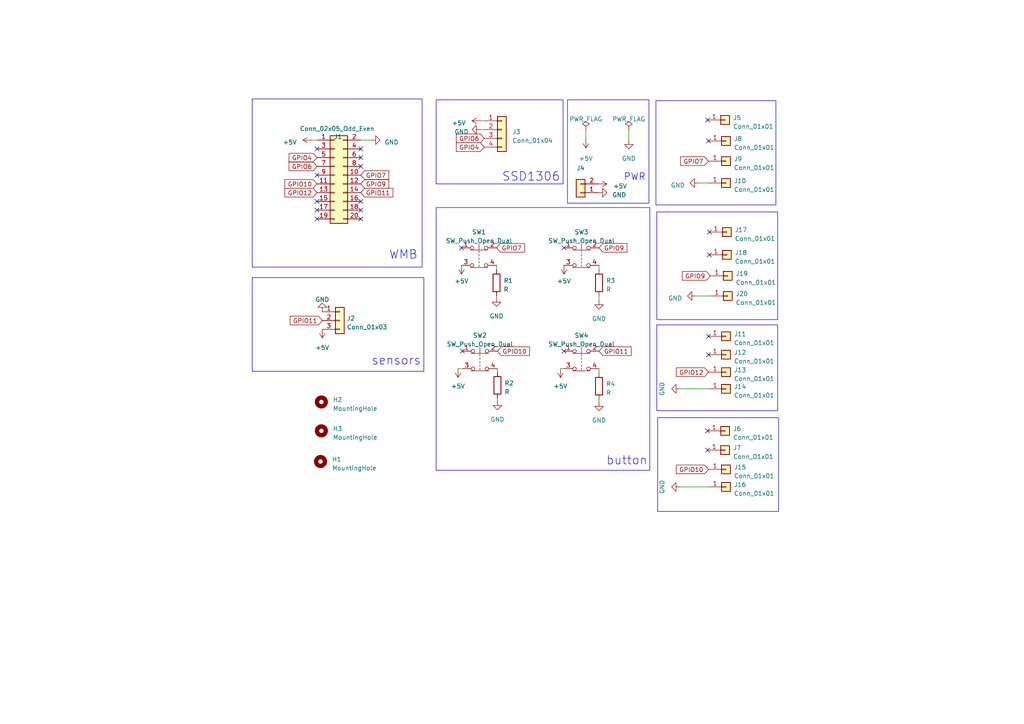
<source format=kicad_sch>
(kicad_sch (version 20230121) (generator eeschema)
  (paper "A4")
  (lib_symbols
    (symbol "Connector_Generic:Conn_01x01" (pin_names (offset 1.016) hide)
      (property "Reference" "J" (at 0 2.54 0))
      (property "Value" "Conn_01x01" (at 0 -2.54 0))
      (symbol "Conn_01x01_1_1"
        (rectangle (start -1.27 0.127) (end 0 -0.127) (stroke (width 0.1524)))
        (rectangle (start -1.27 1.27) (end 1.27 -1.27) (stroke (width 0.254)) (fill (type background)))
        (pin passive line (at -5.08 0 0) (length 3.81) (name "Pin_1") (number "1"))
      )
    )
    (symbol "Connector_Generic:Conn_01x02" (pin_names (offset 1.016) hide)
      (property "Reference" "J" (at 0 2.54 0))
      (property "Value" "Conn_01x02" (at 0 -5.08 0))
      (symbol "Conn_01x02_1_1"
        (rectangle (start -1.27 -2.413) (end 0 -2.667) (stroke (width 0.1524)))
        (rectangle (start -1.27 0.127) (end 0 -0.127) (stroke (width 0.1524)))
        (rectangle (start -1.27 1.27) (end 1.27 -3.81) (stroke (width 0.254)) (fill (type background)))
        (pin passive line (at -5.08 0 0) (length 3.81) (name "Pin_1") (number "1"))
        (pin passive line (at -5.08 -2.54 0) (length 3.81) (name "Pin_2") (number "2"))
      )
    )
    (symbol "Connector_Generic:Conn_01x03" (pin_names (offset 1.016) hide)
      (property "Reference" "J" (at 0 5.08 0))
      (property "Value" "Conn_01x03" (at 0 -5.08 0))
      (symbol "Conn_01x03_1_1"
        (rectangle (start -1.27 -2.413) (end 0 -2.667) (stroke (width 0.1524)))
        (rectangle (start -1.27 0.127) (end 0 -0.127) (stroke (width 0.1524)))
        (rectangle (start -1.27 2.667) (end 0 2.413) (stroke (width 0.1524)))
        (rectangle (start -1.27 3.81) (end 1.27 -3.81) (stroke (width 0.254)) (fill (type background)))
        (pin passive line (at -5.08 2.54 0) (length 3.81) (name "Pin_1") (number "1"))
        (pin passive line (at -5.08 0 0) (length 3.81) (name "Pin_2") (number "2"))
        (pin passive line (at -5.08 -2.54 0) (length 3.81) (name "Pin_3") (number "3"))
      )
    )
    (symbol "Connector_Generic:Conn_01x04" (pin_names (offset 1.016) hide)
      (property "Reference" "J" (at 0 5.08 0))
      (property "Value" "Conn_01x04" (at 0 -7.62 0))
      (symbol "Conn_01x04_1_1"
        (rectangle (start -1.27 -4.953) (end 0 -5.207) (stroke (width 0.1524)))
        (rectangle (start -1.27 -2.413) (end 0 -2.667) (stroke (width 0.1524)))
        (rectangle (start -1.27 0.127) (end 0 -0.127) (stroke (width 0.1524)))
        (rectangle (start -1.27 2.667) (end 0 2.413) (stroke (width 0.1524)))
        (rectangle (start -1.27 3.81) (end 1.27 -6.35) (stroke (width 0.254)) (fill (type background)))
        (pin passive line (at -5.08 2.54 0) (length 3.81) (name "Pin_1") (number "1"))
        (pin passive line (at -5.08 0 0) (length 3.81) (name "Pin_2") (number "2"))
        (pin passive line (at -5.08 -2.54 0) (length 3.81) (name "Pin_3") (number "3"))
        (pin passive line (at -5.08 -5.08 0) (length 3.81) (name "Pin_4") (number "4"))
      )
    )
    (symbol "Connector_Generic:Conn_02x10_Odd_Even" (pin_names (offset 1.016) hide)
      (property "Reference" "J" (at 1.27 12.7 0))
      (property "Value" "Conn_02x10_Odd_Even" (at 1.27 -15.24 0))
      (symbol "Conn_02x10_Odd_Even_1_1"
        (rectangle (start -1.27 -12.573) (end 0 -12.827) (stroke (width 0.1524)))
        (rectangle (start -1.27 -10.033) (end 0 -10.287) (stroke (width 0.1524)))
        (rectangle (start -1.27 -7.493) (end 0 -7.747) (stroke (width 0.1524)))
        (rectangle (start -1.27 -4.953) (end 0 -5.207) (stroke (width 0.1524)))
        (rectangle (start -1.27 -2.413) (end 0 -2.667) (stroke (width 0.1524)))
        (rectangle (start -1.27 0.127) (end 0 -0.127) (stroke (width 0.1524)))
        (rectangle (start -1.27 2.667) (end 0 2.413) (stroke (width 0.1524)))
        (rectangle (start -1.27 5.207) (end 0 4.953) (stroke (width 0.1524)))
        (rectangle (start -1.27 7.747) (end 0 7.493) (stroke (width 0.1524)))
        (rectangle (start -1.27 10.287) (end 0 10.033) (stroke (width 0.1524)))
        (rectangle (start -1.27 11.43) (end 3.81 -13.97) (stroke (width 0.254)) (fill (type background)))
        (rectangle (start 3.81 -12.573) (end 2.54 -12.827) (stroke (width 0.1524)))
        (rectangle (start 3.81 -10.033) (end 2.54 -10.287) (stroke (width 0.1524)))
        (rectangle (start 3.81 -7.493) (end 2.54 -7.747) (stroke (width 0.1524)))
        (rectangle (start 3.81 -4.953) (end 2.54 -5.207) (stroke (width 0.1524)))
        (rectangle (start 3.81 -2.413) (end 2.54 -2.667) (stroke (width 0.1524)))
        (rectangle (start 3.81 0.127) (end 2.54 -0.127) (stroke (width 0.1524)))
        (rectangle (start 3.81 2.667) (end 2.54 2.413) (stroke (width 0.1524)))
        (rectangle (start 3.81 5.207) (end 2.54 4.953) (stroke (width 0.1524)))
        (rectangle (start 3.81 7.747) (end 2.54 7.493) (stroke (width 0.1524)))
        (rectangle (start 3.81 10.287) (end 2.54 10.033) (stroke (width 0.1524)))
        (pin passive line (at -5.08 10.16 0) (length 3.81) (name "Pin_1") (number "1"))
        (pin passive line (at 7.62 0 180) (length 3.81) (name "Pin_10") (number "10"))
        (pin passive line (at -5.08 -2.54 0) (length 3.81) (name "Pin_11") (number "11"))
        (pin passive line (at 7.62 -2.54 180) (length 3.81) (name "Pin_12") (number "12"))
        (pin passive line (at -5.08 -5.08 0) (length 3.81) (name "Pin_13") (number "13"))
        (pin passive line (at 7.62 -5.08 180) (length 3.81) (name "Pin_14") (number "14"))
        (pin passive line (at -5.08 -7.62 0) (length 3.81) (name "Pin_15") (number "15"))
        (pin passive line (at 7.62 -7.62 180) (length 3.81) (name "Pin_16") (number "16"))
        (pin passive line (at -5.08 -10.16 0) (length 3.81) (name "Pin_17") (number "17"))
        (pin passive line (at 7.62 -10.16 180) (length 3.81) (name "Pin_18") (number "18"))
        (pin passive line (at -5.08 -12.7 0) (length 3.81) (name "Pin_19") (number "19"))
        (pin passive line (at 7.62 10.16 180) (length 3.81) (name "Pin_2") (number "2"))
        (pin passive line (at 7.62 -12.7 180) (length 3.81) (name "Pin_20") (number "20"))
        (pin passive line (at -5.08 7.62 0) (length 3.81) (name "Pin_3") (number "3"))
        (pin passive line (at 7.62 7.62 180) (length 3.81) (name "Pin_4") (number "4"))
        (pin passive line (at -5.08 5.08 0) (length 3.81) (name "Pin_5") (number "5"))
        (pin passive line (at 7.62 5.08 180) (length 3.81) (name "Pin_6") (number "6"))
        (pin passive line (at -5.08 2.54 0) (length 3.81) (name "Pin_7") (number "7"))
        (pin passive line (at 7.62 2.54 180) (length 3.81) (name "Pin_8") (number "8"))
        (pin passive line (at -5.08 0 0) (length 3.81) (name "Pin_9") (number "9"))
      )
    )
    (symbol "Device:R" (pin_numbers hide) (pin_names (offset 0))
      (property "Reference" "R" (at 2.032 0 90))
      (property "Value" "R" (at 0 0 90))
      (symbol "R_0_1"
        (rectangle (start -1.016 -2.54) (end 1.016 2.54) (stroke (width 0.254)))
      )
      (symbol "R_1_1"
        (pin passive line (at 0 3.81 270) (length 1.27) (name "~") (number "1"))
        (pin passive line (at 0 -3.81 90) (length 1.27) (name "~") (number "2"))
      )
    )
    (symbol "Mechanical:MountingHole" (pin_names (offset 1.016))
      (property "Reference" "H" (at 0 5.08 0))
      (property "Value" "MountingHole" (at 0 3.175 0))
      (symbol "MountingHole_0_1"
        (circle (center 0 0) (radius 1.27) (stroke (width 1.27)))
      )
    )
    (symbol "Switch:SW_Push_Open_Dual" (pin_names (offset 1.016) hide)
      (property "Reference" "SW" (at 1.27 2.54 0))
      (property "Value" "SW_Push_Open_Dual" (at 0 -6.985 0))
      (symbol "SW_Push_Open_Dual_0_1"
        (circle (center -2.032 -5.08) (radius 0.508))
        (circle (center -2.032 0) (radius 0.508))
        (polyline (pts (xy 0 -4.953) (xy 0 -5.461)))
        (polyline (pts (xy 0 -3.937) (xy 0 -4.445)))
        (polyline (pts (xy 0 -3.429) (xy 0 -2.921)))
        (polyline (pts (xy 0 -2.413) (xy 0 -1.905)))
        (polyline (pts (xy 0 -1.397) (xy 0 -0.889)))
        (polyline (pts (xy 0 -0.635) (xy 0 1.143)))
        (polyline (pts (xy 2.54 -5.715) (xy -2.54 -5.715)))
        (polyline (pts (xy 2.54 -0.635) (xy -2.54 -0.635)))
        (circle (center 2.032 -5.08) (radius 0.508))
        (circle (center 2.032 0) (radius 0.508))
        (pin passive line (at -5.08 0 0) (length 2.54) (name "1") (number "1"))
        (pin passive line (at 5.08 0 180) (length 2.54) (name "2") (number "2"))
        (pin passive line (at -5.08 -5.08 0) (length 2.54) (name "3") (number "3"))
        (pin passive line (at 5.08 -5.08 180) (length 2.54) (name "4") (number "4"))
      )
    )
    (symbol "power:+5V" (power) (pin_names (offset 0))
      (property "Value" "+5V" (at 0 3.556 0))
      (symbol "+5V_0_1"
        (polyline (pts (xy -0.762 1.27) (xy 0 2.54)))
        (polyline (pts (xy 0 0) (xy 0 2.54)))
        (polyline (pts (xy 0 2.54) (xy 0.762 1.27)))
      )
      (symbol "+5V_1_1"
        (pin power_in line (at 0 0 90) (length 0) hide (name "+5V") (number "1"))
      )
    )
    (symbol "power:GND" (power) (pin_names (offset 0))
      (property "Value" "GND" (at 0 -3.81 0))
      (symbol "GND_0_1"
        (polyline (pts (xy 0 0) (xy 0 -1.27) (xy 1.27 -1.27) (xy 0 -2.54) (xy -1.27 -1.27) (xy 0 -1.27)))
      )
      (symbol "GND_1_1"
        (pin power_in line (at 0 0 270) (length 0) hide (name "GND") (number "1"))
      )
    )
    (symbol "power:PWR_FLAG" (power) (pin_numbers hide) (pin_names (offset 0) hide)
      (property "Value" "PWR_FLAG" (at 0 3.81 0))
      (symbol "PWR_FLAG_0_0"
        (pin power_out line (at 0 0 90) (length 0) (name "pwr") (number "1"))
      )
      (symbol "PWR_FLAG_0_1"
        (polyline (pts (xy 0 0) (xy 0 1.27) (xy -1.016 1.905) (xy 0 2.54) (xy 1.016 1.905) (xy 0 1.27)))
      )
    )
  )
  (no_connect (at 91.948 43.18))
  (no_connect (at 205.232 130.556))
  (no_connect (at 104.648 63.5))
  (no_connect (at 104.648 43.18))
  (no_connect (at 91.948 50.8))
  (no_connect (at 205.486 102.87))
  (no_connect (at 205.486 97.536))
  (no_connect (at 91.948 60.96))
  (no_connect (at 104.648 60.96))
  (no_connect (at 163.576 101.854))
  (no_connect (at 163.576 71.882))
  (no_connect (at 205.486 40.894))
  (no_connect (at 104.648 48.26))
  (no_connect (at 91.948 58.42))
  (no_connect (at 205.232 124.968))
  (no_connect (at 134.112 101.854))
  (no_connect (at 205.74 67.31))
  (no_connect (at 133.858 71.882))
  (no_connect (at 205.232 34.798))
  (no_connect (at 91.948 63.5))
  (no_connect (at 205.74 73.914))
  (no_connect (at 104.648 45.72))
  (no_connect (at 104.648 58.42))
  (wire (pts (xy 144.018 85.852) (xy 144.018 86.36)))
  (wire (pts (xy 173.736 85.852) (xy 173.736 87.122)))
  (wire (pts (xy 144.018 76.962) (xy 144.018 78.232)))
  (wire (pts (xy 139.446 37.592) (xy 140.462 37.592)))
  (wire (pts (xy 132.842 106.934) (xy 134.112 106.934)))
  (wire (pts (xy 162.56 106.934) (xy 163.576 106.934)))
  (wire (pts (xy 173.736 106.934) (xy 173.736 108.204)))
  (wire (pts (xy 90.424 40.64) (xy 91.948 40.64)))
  (wire (pts (xy 173.736 76.962) (xy 173.736 78.232)))
  (wire (pts (xy 197.358 112.776) (xy 205.486 112.776)))
  (wire (pts (xy 144.272 106.934) (xy 144.272 107.95)))
  (wire (pts (xy 197.358 141.224) (xy 205.486 141.224)))
  (wire (pts (xy 182.372 37.846) (xy 182.372 40.64)))
  (wire (pts (xy 144.272 115.57) (xy 144.272 116.332)))
  (wire (pts (xy 201.93 85.852) (xy 205.994 85.852)))
  (wire (pts (xy 139.446 35.052) (xy 140.462 35.052)))
  (wire (pts (xy 104.648 40.64) (xy 107.696 40.64)))
  (wire (pts (xy 202.692 53.086) (xy 205.486 53.086)))
  (wire (pts (xy 173.736 115.824) (xy 173.736 116.586)))
  (wire (pts (xy 169.926 37.846) (xy 169.926 40.386)))
  (rectangle (start 126.492 60.198) (end 188.468 136.398))
  (rectangle (start 126.492 28.956) (end 163.322 53.34))
  (rectangle (start 190.754 121.158) (end 225.806 148.336))
  (rectangle (start 73.152 80.518) (end 122.936 107.696))
  (rectangle (start 73.152 28.702) (end 122.428 77.47))
  (rectangle (start 164.592 28.956) (end 188.214 58.928))
  (rectangle (start 190.5 94.234) (end 225.552 119.126))
  (rectangle (start 190.246 29.21) (end 225.044 59.436))
  (rectangle (start 190.5 61.468) (end 225.552 92.71))
  (text "sensors\n" (at 107.696 106.172 0) (effects (font (size 2.5 2.5)) (justify left bottom)))
  (text "PWR" (at 180.848 52.578 0) (effects (font (size 2 2)) (justify left bottom)))
  (text "WMB" (at 112.776 75.438 0) (effects (font (size 2.5 2.5)) (justify left bottom)))
  (text "button\n" (at 175.768 135.128 0) (effects (font (size 2.5 2.5)) (justify left bottom)))
  (text "SSD1306\n" (at 145.542 52.832 0) (effects (font (size 2.5 2.5)) (justify left bottom)))
  (global_label "GPIO9" (shape input) (at 104.648 53.34 0) (property "Intersheetrefs" "${INTERSHEET_REFS}" (effects hide)))
  (global_label "GPIO7" (shape input) (at 144.018 71.882 0) (property "Intersheetrefs" "${INTERSHEET_REFS}" (effects hide)))
  (global_label "GPIO9" (shape input) (at 173.736 71.882 0) (property "Intersheetrefs" "${INTERSHEET_REFS}" (effects hide)))
  (global_label "GPIO11" (shape input) (at 173.736 101.854 0) (property "Intersheetrefs" "${INTERSHEET_REFS}" (effects hide)))
  (global_label "GPIO4" (shape input) (at 140.462 42.672 180) (property "Intersheetrefs" "${INTERSHEET_REFS}" (effects hide)))
  (global_label "GPIO10" (shape input) (at 144.272 101.854 0) (property "Intersheetrefs" "${INTERSHEET_REFS}" (effects hide)))
  (global_label "GPIO10" (shape input) (at 205.486 136.144 180) (property "Intersheetrefs" "${INTERSHEET_REFS}" (effects hide)))
  (global_label "GPIO9" (shape input) (at 205.994 80.01 180) (property "Intersheetrefs" "${INTERSHEET_REFS}" (effects hide)))
  (global_label "GPIO10" (shape input) (at 91.948 53.34 180) (property "Intersheetrefs" "${INTERSHEET_REFS}" (effects hide)))
  (global_label "GPIO6" (shape input) (at 140.462 40.132 180) (property "Intersheetrefs" "${INTERSHEET_REFS}" (effects hide)))
  (global_label "GPIO12" (shape input) (at 205.486 107.95 180) (property "Intersheetrefs" "${INTERSHEET_REFS}" (effects hide)))
  (global_label "GPIO12" (shape input) (at 91.948 55.88 180) (property "Intersheetrefs" "${INTERSHEET_REFS}" (effects hide)))
  (global_label "GPIO11" (shape input) (at 93.472 92.964 180) (property "Intersheetrefs" "${INTERSHEET_REFS}" (effects hide)))
  (global_label "GPIO7" (shape input) (at 104.648 50.8 0) (property "Intersheetrefs" "${INTERSHEET_REFS}" (effects hide)))
  (global_label "GPIO4" (shape input) (at 91.948 45.72 180) (property "Intersheetrefs" "${INTERSHEET_REFS}" (effects hide)))
  (global_label "GPIO6" (shape input) (at 91.948 48.26 180) (property "Intersheetrefs" "${INTERSHEET_REFS}" (effects hide)))
  (global_label "GPIO11" (shape input) (at 104.648 55.88 0) (property "Intersheetrefs" "${INTERSHEET_REFS}" (effects hide)))
  (global_label "GPIO7" (shape input) (at 205.486 46.736 180) (property "Intersheetrefs" "${INTERSHEET_REFS}" (effects hide)))
  (symbol (lib_id "Connector_Generic:Conn_01x01") (at 210.566 112.776 0) (unit 1)
    (property "Reference" "J14" (at 212.852 112.141 0) (effects (justify left)))
    (property "Value" "Conn_01x01" (at 212.852 114.681 0) (effects (justify left)))
    (property "Footprint" "Connector_PinSocket_2.54mm:PinSocket_1x01_P2.54mm_Vertical" (effects hide))
  )
  (symbol (lib_id "power:GND") (at 182.372 40.64 0) (unit 1)
    (property "Reference" "#PWR018" (effects hide))
    (property "Value" "GND" (at 182.372 45.974 0))
  )
  (symbol (lib_id "Mechanical:MountingHole") (at 93.218 124.968 0) (unit 1)
    (property "Reference" "H3" (at 96.52 124.333 0) (effects (justify left)))
    (property "Value" "MountingHole" (at 96.52 126.873 0) (effects (justify left)))
    (property "Footprint" "MountingHole:MountingHole_2.5mm" (effects hide))
  )
  (symbol (lib_id "Connector_Generic:Conn_01x02") (at 168.402 55.88 180) (unit 1)
    (property "Reference" "J4" (at 168.402 48.768 0))
    (property "Value" "Conn_01x02" (effects hide))
    (property "Footprint" "TerminalBlock:TerminalBlock_bornier-2_P5.08mm" (effects hide))
  )
  (symbol (lib_id "power:GND") (at 197.358 112.776 270) (unit 1)
    (property "Reference" "#PWR019" (effects hide))
    (property "Value" "GND" (at 192.024 112.776 0))
  )
  (symbol (lib_id "Connector_Generic:Conn_01x01") (at 210.82 73.914 0) (unit 1)
    (property "Reference" "J18" (at 213.106 73.279 0) (effects (justify left)))
    (property "Value" "Conn_01x01" (at 213.106 75.819 0) (effects (justify left)))
    (property "Footprint" "Connector_PinSocket_2.54mm:PinSocket_1x01_P2.54mm_Vertical" (effects hide))
  )
  (symbol (lib_id "power:+5V") (at 169.926 40.386 180) (unit 1)
    (property "Reference" "#PWR013" (effects hide))
    (property "Value" "+5V" (at 169.926 45.974 0))
  )
  (symbol (lib_id "power:+5V") (at 93.472 95.504 180) (unit 1)
    (property "Reference" "#PWR03" (effects hide))
    (property "Value" "+5V" (at 93.472 100.838 0))
  )
  (symbol (lib_id "power:GND") (at 202.692 53.086 270) (unit 1)
    (property "Reference" "#PWR022" (effects hide))
    (property "Value" "GND" (at 198.628 53.721 90) (effects (justify right)))
  )
  (symbol (lib_id "power:PWR_FLAG") (at 169.926 37.846 0) (unit 1)
    (property "Reference" "#FLG01" (effects hide))
    (property "Value" "PWR_FLAG" (at 169.926 34.544 0))
  )
  (symbol (lib_id "power:GND") (at 173.736 87.122 0) (unit 1)
    (property "Reference" "#PWR016" (effects hide))
    (property "Value" "GND" (at 173.736 92.456 0))
  )
  (symbol (lib_id "Mechanical:MountingHole") (at 93.218 116.586 0) (unit 1)
    (property "Reference" "H2" (at 96.52 115.951 0) (effects (justify left)))
    (property "Value" "MountingHole" (at 96.52 118.491 0) (effects (justify left)))
    (property "Footprint" "Button_Switch_SMD:SW_Push_1P1T_NO_CK_KSC6xxJ" (effects hide))
  )
  (symbol (lib_id "Connector_Generic:Conn_01x01") (at 211.074 80.01 0) (unit 1)
    (property "Reference" "J19" (at 213.36 79.375 0) (effects (justify left)))
    (property "Value" "Conn_01x01" (at 213.36 81.915 0) (effects (justify left)))
    (property "Footprint" "Connector_PinSocket_2.54mm:PinSocket_1x01_P2.54mm_Vertical" (effects hide))
  )
  (symbol (lib_id "Switch:SW_Push_Open_Dual") (at 168.656 101.854 0) (unit 1)
    (property "Reference" "SW4" (at 168.656 97.282 0))
    (property "Value" "SW_Push_Open_Dual" (at 168.656 99.822 0))
    (property "Footprint" "Button_Switch_THT:SW_PUSH-12mm" (effects hide))
  )
  (symbol (lib_id "Device:R") (at 144.272 111.76 0) (unit 1)
    (property "Reference" "R2" (at 146.304 111.125 0) (effects (justify left)))
    (property "Value" "R" (at 146.304 113.665 0) (effects (justify left)))
    (property "Footprint" "Resistor_THT:R_Axial_DIN0204_L3.6mm_D1.6mm_P7.62mm_Horizontal" (effects hide))
  )
  (symbol (lib_id "Mechanical:MountingHole") (at 92.964 133.858 0) (unit 1)
    (property "Reference" "H1" (at 96.266 133.223 0) (effects (justify left)))
    (property "Value" "MountingHole" (at 96.266 135.763 0) (effects (justify left)))
    (property "Footprint" "MountingHole:MountingHole_2.5mm" (effects hide))
  )
  (symbol (lib_id "Connector_Generic:Conn_01x01") (at 210.566 97.536 0) (unit 1)
    (property "Reference" "J11" (at 212.852 96.901 0) (effects (justify left)))
    (property "Value" "Conn_01x01" (at 212.852 99.441 0) (effects (justify left)))
    (property "Footprint" "Connector_PinSocket_2.54mm:PinSocket_1x01_P2.54mm_Vertical" (effects hide))
  )
  (symbol (lib_id "Connector_Generic:Conn_01x01") (at 210.566 107.95 0) (unit 1)
    (property "Reference" "J13" (at 212.852 107.315 0) (effects (justify left)))
    (property "Value" "Conn_01x01" (at 212.852 109.855 0) (effects (justify left)))
    (property "Footprint" "Connector_PinSocket_2.54mm:PinSocket_1x01_P2.54mm_Vertical" (effects hide))
  )
  (symbol (lib_id "Connector_Generic:Conn_01x01") (at 210.566 53.086 0) (unit 1)
    (property "Reference" "J10" (at 212.852 52.451 0) (effects (justify left)))
    (property "Value" "Conn_01x01" (at 212.852 54.991 0) (effects (justify left)))
    (property "Footprint" "Connector_PinSocket_2.54mm:PinSocket_1x01_P2.54mm_Vertical" (effects hide))
  )
  (symbol (lib_id "power:GND") (at 173.736 116.586 0) (unit 1)
    (property "Reference" "#PWR017" (effects hide))
    (property "Value" "GND" (at 173.736 121.92 0))
  )
  (symbol (lib_id "power:+5V") (at 90.424 40.64 90) (unit 1)
    (property "Reference" "#PWR01" (effects hide))
    (property "Value" "+5V" (at 86.106 41.275 90) (effects (justify left)))
  )
  (symbol (lib_id "Switch:SW_Push_Open_Dual") (at 168.656 71.882 0) (unit 1)
    (property "Reference" "SW3" (at 168.656 67.31 0))
    (property "Value" "SW_Push_Open_Dual" (at 168.656 69.85 0))
    (property "Footprint" "Button_Switch_THT:SW_PUSH-12mm" (effects hide))
  )
  (symbol (lib_id "Connector_Generic:Conn_02x10_Odd_Even") (at 97.028 50.8 0) (unit 1)
    (property "Reference" "J1" (at 98.044 39.624 0))
    (property "Value" "Conn_02x05_Odd_Even" (at 97.79 37.338 0))
    (property "Footprint" "Connector_PinSocket_2.54mm:PinSocket_2x10_P2.54mm_Vertical" (effects hide))
  )
  (symbol (lib_id "power:GND") (at 93.472 90.424 180) (unit 1)
    (property "Reference" "#PWR02" (effects hide))
    (property "Value" "GND" (at 93.472 86.868 0))
  )
  (symbol (lib_id "power:GND") (at 144.272 116.332 0) (unit 1)
    (property "Reference" "#PWR010" (effects hide))
    (property "Value" "GND" (at 144.272 121.666 0))
  )
  (symbol (lib_id "Connector_Generic:Conn_01x01") (at 210.312 34.798 0) (unit 1)
    (property "Reference" "J5" (at 212.598 34.163 0) (effects (justify left)))
    (property "Value" "Conn_01x01" (at 212.598 36.703 0) (effects (justify left)))
    (property "Footprint" "Connector_PinSocket_2.54mm:PinSocket_1x01_P2.54mm_Vertical" (effects hide))
  )
  (symbol (lib_id "power:+5V") (at 132.842 106.934 180) (unit 1)
    (property "Reference" "#PWR05" (effects hide))
    (property "Value" "+5V" (at 132.842 112.014 0))
  )
  (symbol (lib_id "power:GND") (at 144.018 86.36 0) (unit 1)
    (property "Reference" "#PWR09" (effects hide))
    (property "Value" "GND" (at 144.018 91.694 0))
  )
  (symbol (lib_id "Connector_Generic:Conn_01x01") (at 210.566 141.224 0) (unit 1)
    (property "Reference" "J16" (at 212.852 140.589 0) (effects (justify left)))
    (property "Value" "Conn_01x01" (at 212.852 143.129 0) (effects (justify left)))
    (property "Footprint" "Connector_PinSocket_2.54mm:PinSocket_1x01_P2.54mm_Vertical" (effects hide))
  )
  (symbol (lib_id "Connector_Generic:Conn_01x04") (at 145.542 37.592 0) (unit 1)
    (property "Reference" "J3" (at 148.59 38.227 0) (effects (justify left)))
    (property "Value" "Conn_01x04" (at 148.59 40.767 0) (effects (justify left)))
    (property "Footprint" "Connector_PinSocket_2.54mm:PinSocket_1x04_P2.54mm_Vertical" (effects hide))
  )
  (symbol (lib_id "Device:R") (at 173.736 112.014 0) (unit 1)
    (property "Reference" "R4" (at 175.768 111.379 0) (effects (justify left)))
    (property "Value" "R" (at 175.768 113.919 0) (effects (justify left)))
    (property "Footprint" "Resistor_THT:R_Axial_DIN0204_L3.6mm_D1.6mm_P7.62mm_Horizontal" (effects hide))
  )
  (symbol (lib_id "Connector_Generic:Conn_01x01") (at 210.312 130.556 0) (unit 1)
    (property "Reference" "J7" (at 212.598 129.921 0) (effects (justify left)))
    (property "Value" "Conn_01x01" (at 212.598 132.461 0) (effects (justify left)))
    (property "Footprint" "Connector_PinSocket_2.54mm:PinSocket_1x01_P2.54mm_Vertical" (effects hide))
  )
  (symbol (lib_id "Switch:SW_Push_Open_Dual") (at 139.192 101.854 0) (unit 1)
    (property "Reference" "SW2" (at 139.192 97.282 0))
    (property "Value" "SW_Push_Open_Dual" (at 139.192 99.822 0))
    (property "Footprint" "Button_Switch_THT:SW_PUSH-12mm" (effects hide))
  )
  (symbol (lib_id "power:GND") (at 107.696 40.64 90) (unit 1)
    (property "Reference" "#PWR04" (effects hide))
    (property "Value" "GND" (at 111.506 41.275 90) (effects (justify right)))
  )
  (symbol (lib_id "power:+5V") (at 173.482 53.34 270) (unit 1)
    (property "Reference" "#PWR014" (effects hide))
    (property "Value" "+5V" (at 177.8 53.975 90) (effects (justify left)))
  )
  (symbol (lib_id "Connector_Generic:Conn_01x01") (at 210.312 124.968 0) (unit 1)
    (property "Reference" "J6" (at 212.598 124.333 0) (effects (justify left)))
    (property "Value" "Conn_01x01" (at 212.598 126.873 0) (effects (justify left)))
    (property "Footprint" "Connector_PinSocket_2.54mm:PinSocket_1x01_P2.54mm_Vertical" (effects hide))
  )
  (symbol (lib_id "Connector_Generic:Conn_01x01") (at 210.566 46.736 0) (unit 1)
    (property "Reference" "J9" (at 212.852 46.101 0) (effects (justify left)))
    (property "Value" "Conn_01x01" (at 212.852 48.641 0) (effects (justify left)))
    (property "Footprint" "Connector_PinSocket_2.54mm:PinSocket_1x01_P2.54mm_Vertical" (effects hide))
  )
  (symbol (lib_id "Connector_Generic:Conn_01x03") (at 98.552 92.964 0) (unit 1)
    (property "Reference" "J2" (at 100.584 92.329 0) (effects (justify left)))
    (property "Value" "Conn_01x03" (at 100.584 94.869 0) (effects (justify left)))
    (property "Footprint" "Connector_PinHeader_2.54mm:PinHeader_1x03_P2.54mm_Horizontal" (effects hide))
  )
  (symbol (lib_id "power:PWR_FLAG") (at 182.372 37.846 0) (unit 1)
    (property "Reference" "#FLG02" (effects hide))
    (property "Value" "PWR_FLAG" (at 182.372 34.544 0))
  )
  (symbol (lib_id "Switch:SW_Push_Open_Dual") (at 138.938 71.882 0) (unit 1)
    (property "Reference" "SW1" (at 138.938 67.31 0))
    (property "Value" "SW_Push_Open_Dual" (at 138.938 69.85 0))
    (property "Footprint" "Button_Switch_THT:SW_PUSH-12mm" (effects hide))
  )
  (symbol (lib_id "power:GND") (at 173.482 55.88 90) (unit 1)
    (property "Reference" "#PWR015" (effects hide))
    (property "Value" "GND" (at 177.5497 56.515 90) (effects (justify right)))
  )
  (symbol (lib_id "Device:R") (at 173.736 82.042 0) (unit 1)
    (property "Reference" "R3" (at 175.768 81.407 0) (effects (justify left)))
    (property "Value" "R" (at 175.768 83.947 0) (effects (justify left)))
    (property "Footprint" "Resistor_THT:R_Axial_DIN0204_L3.6mm_D1.6mm_P7.62mm_Horizontal" (effects hide))
  )
  (symbol (lib_id "Device:R") (at 144.018 82.042 0) (unit 1)
    (property "Reference" "R1" (at 146.05 81.407 0) (effects (justify left)))
    (property "Value" "R" (at 146.05 83.947 0) (effects (justify left)))
    (property "Footprint" "Resistor_THT:R_Axial_DIN0204_L3.6mm_D1.6mm_P7.62mm_Horizontal" (effects hide))
  )
  (symbol (lib_id "power:+5V") (at 163.576 76.962 180) (unit 1)
    (property "Reference" "#PWR012" (effects hide))
    (property "Value" "+5V" (at 163.576 81.534 0))
  )
  (symbol (lib_id "Connector_Generic:Conn_01x01") (at 210.566 40.894 0) (unit 1)
    (property "Reference" "J8" (at 212.852 40.259 0) (effects (justify left)))
    (property "Value" "Conn_01x01" (at 212.852 42.799 0) (effects (justify left)))
    (property "Footprint" "Connector_PinSocket_2.54mm:PinSocket_1x01_P2.54mm_Vertical" (effects hide))
  )
  (symbol (lib_id "Connector_Generic:Conn_01x01") (at 210.566 136.144 0) (unit 1)
    (property "Reference" "J15" (at 212.852 135.509 0) (effects (justify left)))
    (property "Value" "Conn_01x01" (at 212.852 138.049 0) (effects (justify left)))
    (property "Footprint" "Connector_PinSocket_2.54mm:PinSocket_1x01_P2.54mm_Vertical" (effects hide))
  )
  (symbol (lib_id "power:GND") (at 201.93 85.852 270) (unit 1)
    (property "Reference" "#PWR021" (effects hide))
    (property "Value" "GND" (at 197.866 86.487 90) (effects (justify right)))
  )
  (symbol (lib_id "power:GND") (at 197.358 141.224 270) (unit 1)
    (property "Reference" "#PWR020" (effects hide))
    (property "Value" "GND" (at 192.024 141.224 0))
  )
  (symbol (lib_id "Connector_Generic:Conn_01x01") (at 210.566 102.87 0) (unit 1)
    (property "Reference" "J12" (at 212.852 102.235 0) (effects (justify left)))
    (property "Value" "Conn_01x01" (at 212.852 104.775 0) (effects (justify left)))
    (property "Footprint" "Connector_PinSocket_2.54mm:PinSocket_1x01_P2.54mm_Vertical" (effects hide))
  )
  (symbol (lib_id "power:GND") (at 139.446 37.592 270) (unit 1)
    (property "Reference" "#PWR08" (effects hide))
    (property "Value" "GND" (at 135.89 38.227 90) (effects (justify right)))
  )
  (symbol (lib_id "Connector_Generic:Conn_01x01") (at 210.82 67.31 0) (unit 1)
    (property "Reference" "J17" (at 213.106 66.675 0) (effects (justify left)))
    (property "Value" "Conn_01x01" (at 213.106 69.215 0) (effects (justify left)))
    (property "Footprint" "Connector_PinSocket_2.54mm:PinSocket_1x01_P2.54mm_Vertical" (effects hide))
  )
  (symbol (lib_id "power:+5V") (at 133.858 76.962 180) (unit 1)
    (property "Reference" "#PWR06" (effects hide))
    (property "Value" "+5V" (at 133.858 81.534 0))
  )
  (symbol (lib_id "power:+5V") (at 162.56 106.934 180) (unit 1)
    (property "Reference" "#PWR011" (effects hide))
    (property "Value" "+5V" (at 162.56 112.014 0))
  )
  (symbol (lib_id "Connector_Generic:Conn_01x01") (at 211.074 85.852 0) (unit 1)
    (property "Reference" "J20" (at 213.36 85.217 0) (effects (justify left)))
    (property "Value" "Conn_01x01" (at 213.36 87.757 0) (effects (justify left)))
    (property "Footprint" "Connector_PinSocket_2.54mm:PinSocket_1x01_P2.54mm_Vertical" (effects hide))
  )
  (symbol (lib_id "power:+5V") (at 139.446 35.052 90) (unit 1)
    (property "Reference" "#PWR07" (effects hide))
    (property "Value" "+5V" (at 135.128 35.687 90) (effects (justify left)))
  )
)
</source>
